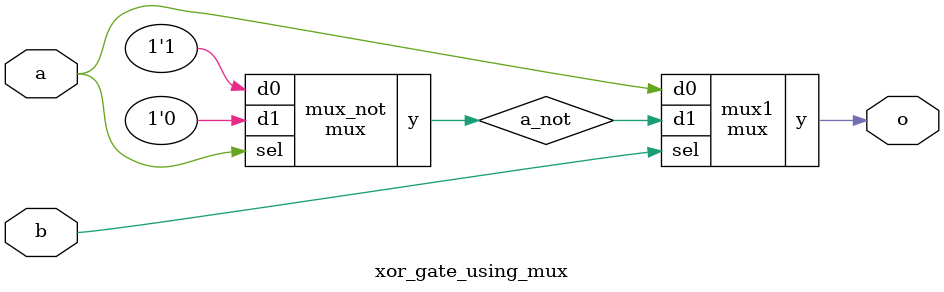
<source format=sv>

module mux
(
  input  d0, d1,
  input  sel,
  output y
);

  assign y = sel ? d1 : d0;

endmodule

//----------------------------------------------------------------------------
// Task
//----------------------------------------------------------------------------

module xor_gate_using_mux
(
    input  a,
    input  b,
    output o
);

  // Task:
  // Implement xor gate using instance(s) of mux,
  // constants 0 and 1, and wire connections

  // o = b ? !a : a

  wire a_not; // инверсный сигнал a
  mux mux_not(.d0(1'b1), .d1(1'b0), .sel(a), .y(a_not));
  mux mux1(.d0(a), .d1(a_not), .sel(b), .y(o));

endmodule

</source>
